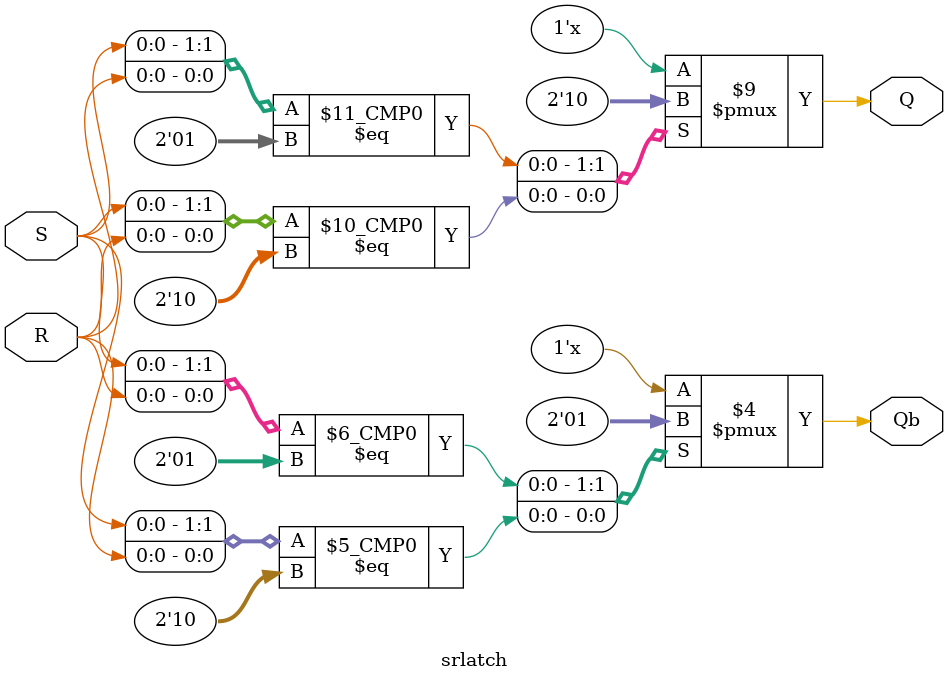
<source format=v>
module srlatch (
    input  S,  
    input  R,   
    output reg Q,
    output reg Qb
);

  always @ (S or R or Q or Qb) begin
    case ({S,R})
      2'b01: begin  
        Q  = 1'b1;
        Qb = 1'b0;
      end

      2'b10: begin  
        Q  = 1'b0;
        Qb = 1'b1;
      end

      2'b11: begin   
      end

      2'b00: begin 
        Q  = 1'bx;
        Qb = 1'bx;
      end
    endcase
  end
endmodule


</source>
